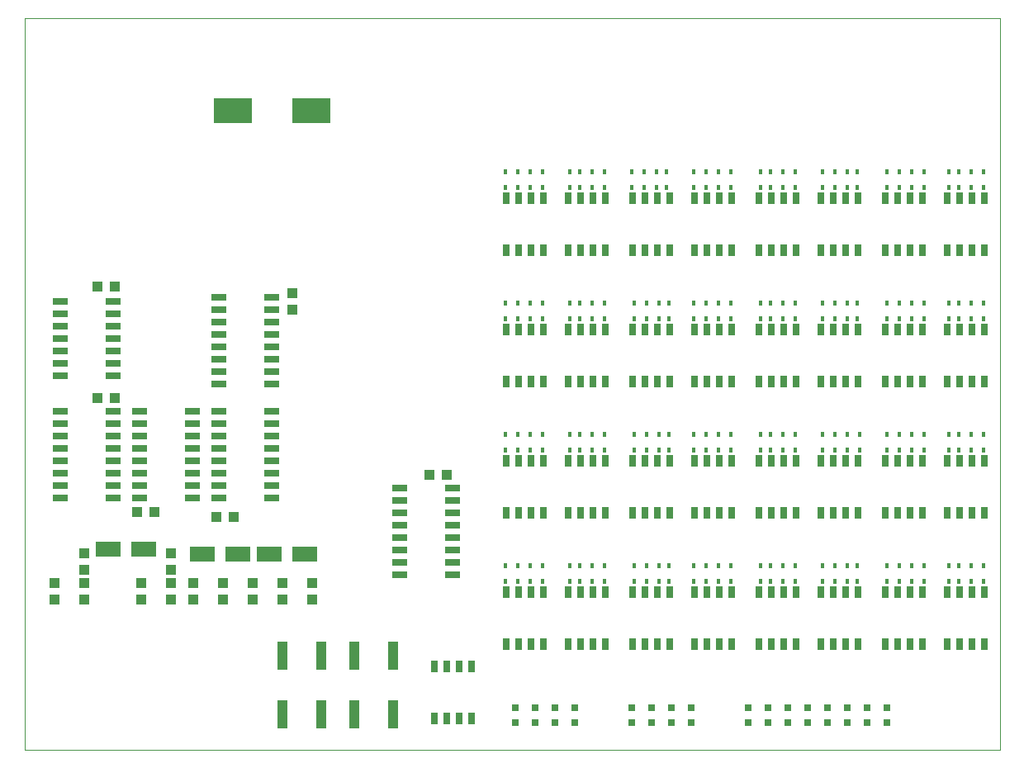
<source format=gtp>
G75*
%MOIN*%
%OFA0B0*%
%FSLAX25Y25*%
%IPPOS*%
%LPD*%
%AMOC8*
5,1,8,0,0,1.08239X$1,22.5*
%
%ADD10C,0.00000*%
%ADD11R,0.10236X0.06299*%
%ADD12R,0.04331X0.03937*%
%ADD13R,0.03937X0.04331*%
%ADD14R,0.15748X0.09843*%
%ADD15R,0.01654X0.02165*%
%ADD16R,0.06004X0.02559*%
%ADD17R,0.03150X0.03150*%
%ADD18R,0.02992X0.05000*%
%ADD19R,0.03937X0.11811*%
D10*
X0056249Y0048303D02*
X0056249Y0343579D01*
X0449950Y0343579D01*
X0449950Y0048303D01*
X0056249Y0048303D01*
D11*
X0128162Y0127303D03*
X0142335Y0127303D03*
X0155162Y0127303D03*
X0169335Y0127303D03*
X0104335Y0129303D03*
X0090162Y0129303D03*
D12*
X0080249Y0127650D03*
X0080249Y0120957D03*
X0080249Y0115650D03*
X0080249Y0108957D03*
X0068249Y0108957D03*
X0068249Y0115650D03*
X0103249Y0115650D03*
X0103249Y0108957D03*
X0115249Y0108957D03*
X0115249Y0115650D03*
X0115249Y0120957D03*
X0115249Y0127650D03*
X0124249Y0115650D03*
X0124249Y0108957D03*
X0136249Y0108957D03*
X0136249Y0115650D03*
X0148249Y0115650D03*
X0148249Y0108957D03*
X0160249Y0108957D03*
X0160249Y0115650D03*
X0172249Y0115650D03*
X0172249Y0108957D03*
X0140595Y0142303D03*
X0133902Y0142303D03*
X0108595Y0144303D03*
X0101902Y0144303D03*
X0092595Y0190303D03*
X0085902Y0190303D03*
X0085902Y0235303D03*
X0092595Y0235303D03*
X0219902Y0159303D03*
X0226595Y0159303D03*
D13*
X0164249Y0225957D03*
X0164249Y0232650D03*
D14*
X0171997Y0306303D03*
X0140501Y0306303D03*
D15*
X0250249Y0281453D03*
X0255249Y0281453D03*
X0260249Y0281453D03*
X0265249Y0281453D03*
X0265249Y0275154D03*
X0260249Y0275154D03*
X0255249Y0275154D03*
X0250249Y0275154D03*
X0276249Y0275154D03*
X0280249Y0275154D03*
X0285249Y0275154D03*
X0290249Y0275154D03*
X0290249Y0281453D03*
X0285249Y0281453D03*
X0280249Y0281453D03*
X0276249Y0281453D03*
X0301249Y0281453D03*
X0306249Y0281453D03*
X0311249Y0281453D03*
X0315249Y0281453D03*
X0315249Y0275154D03*
X0311249Y0275154D03*
X0306249Y0275154D03*
X0301249Y0275154D03*
X0326249Y0275154D03*
X0331249Y0275154D03*
X0336249Y0275154D03*
X0341249Y0275154D03*
X0341249Y0281453D03*
X0336249Y0281453D03*
X0331249Y0281453D03*
X0326249Y0281453D03*
X0353249Y0281453D03*
X0357249Y0281453D03*
X0362249Y0281453D03*
X0367249Y0281453D03*
X0367249Y0275154D03*
X0362249Y0275154D03*
X0357249Y0275154D03*
X0353249Y0275154D03*
X0378249Y0275154D03*
X0383249Y0275154D03*
X0388249Y0275154D03*
X0392249Y0275154D03*
X0392249Y0281453D03*
X0388249Y0281453D03*
X0383249Y0281453D03*
X0378249Y0281453D03*
X0404249Y0281453D03*
X0409249Y0281453D03*
X0414249Y0281453D03*
X0419249Y0281453D03*
X0419249Y0275154D03*
X0414249Y0275154D03*
X0409249Y0275154D03*
X0404249Y0275154D03*
X0429249Y0275154D03*
X0433249Y0275154D03*
X0438249Y0275154D03*
X0443249Y0275154D03*
X0443249Y0281453D03*
X0438249Y0281453D03*
X0433249Y0281453D03*
X0429249Y0281453D03*
X0429249Y0228453D03*
X0433249Y0228453D03*
X0438249Y0228453D03*
X0443249Y0228453D03*
X0443249Y0222154D03*
X0438249Y0222154D03*
X0433249Y0222154D03*
X0429249Y0222154D03*
X0419249Y0222154D03*
X0414249Y0222154D03*
X0409249Y0222154D03*
X0404249Y0222154D03*
X0404249Y0228453D03*
X0409249Y0228453D03*
X0414249Y0228453D03*
X0419249Y0228453D03*
X0392249Y0228453D03*
X0388249Y0228453D03*
X0383249Y0228453D03*
X0378249Y0228453D03*
X0378249Y0222154D03*
X0383249Y0222154D03*
X0388249Y0222154D03*
X0392249Y0222154D03*
X0367249Y0222154D03*
X0362249Y0222154D03*
X0357249Y0222154D03*
X0353249Y0222154D03*
X0353249Y0228453D03*
X0357249Y0228453D03*
X0362249Y0228453D03*
X0367249Y0228453D03*
X0341249Y0228453D03*
X0336249Y0228453D03*
X0331249Y0228453D03*
X0326249Y0228453D03*
X0326249Y0222154D03*
X0331249Y0222154D03*
X0336249Y0222154D03*
X0341249Y0222154D03*
X0316249Y0222154D03*
X0312249Y0222154D03*
X0307249Y0222154D03*
X0302249Y0222154D03*
X0302249Y0228453D03*
X0307249Y0228453D03*
X0312249Y0228453D03*
X0316249Y0228453D03*
X0290249Y0228453D03*
X0285249Y0228453D03*
X0280249Y0228453D03*
X0276249Y0228453D03*
X0276249Y0222154D03*
X0280249Y0222154D03*
X0285249Y0222154D03*
X0290249Y0222154D03*
X0265249Y0222154D03*
X0260249Y0222154D03*
X0255249Y0222154D03*
X0250249Y0222154D03*
X0250249Y0228453D03*
X0255249Y0228453D03*
X0260249Y0228453D03*
X0265249Y0228453D03*
X0265249Y0175453D03*
X0260249Y0175453D03*
X0255249Y0175453D03*
X0250249Y0175453D03*
X0250249Y0169154D03*
X0255249Y0169154D03*
X0260249Y0169154D03*
X0265249Y0169154D03*
X0276249Y0169154D03*
X0280249Y0169154D03*
X0285249Y0169154D03*
X0290249Y0169154D03*
X0290249Y0175453D03*
X0285249Y0175453D03*
X0280249Y0175453D03*
X0276249Y0175453D03*
X0302249Y0175453D03*
X0307249Y0175453D03*
X0312249Y0175453D03*
X0316249Y0175453D03*
X0316249Y0169154D03*
X0312249Y0169154D03*
X0307249Y0169154D03*
X0302249Y0169154D03*
X0326249Y0169154D03*
X0331249Y0169154D03*
X0336249Y0169154D03*
X0341249Y0169154D03*
X0341249Y0175453D03*
X0336249Y0175453D03*
X0331249Y0175453D03*
X0326249Y0175453D03*
X0353249Y0175453D03*
X0357249Y0175453D03*
X0362249Y0175453D03*
X0367249Y0175453D03*
X0367249Y0169154D03*
X0362249Y0169154D03*
X0357249Y0169154D03*
X0353249Y0169154D03*
X0378249Y0169154D03*
X0383249Y0169154D03*
X0388249Y0169154D03*
X0393249Y0169154D03*
X0393249Y0175453D03*
X0388249Y0175453D03*
X0383249Y0175453D03*
X0378249Y0175453D03*
X0404249Y0175453D03*
X0409249Y0175453D03*
X0414249Y0175453D03*
X0419249Y0175453D03*
X0419249Y0169154D03*
X0414249Y0169154D03*
X0409249Y0169154D03*
X0404249Y0169154D03*
X0429249Y0169154D03*
X0433249Y0169154D03*
X0438249Y0169154D03*
X0443249Y0169154D03*
X0443249Y0175453D03*
X0438249Y0175453D03*
X0433249Y0175453D03*
X0429249Y0175453D03*
X0429249Y0122453D03*
X0433249Y0122453D03*
X0438249Y0122453D03*
X0443249Y0122453D03*
X0443249Y0116154D03*
X0438249Y0116154D03*
X0433249Y0116154D03*
X0429249Y0116154D03*
X0419249Y0116154D03*
X0414249Y0116154D03*
X0409249Y0116154D03*
X0404249Y0116154D03*
X0404249Y0122453D03*
X0409249Y0122453D03*
X0414249Y0122453D03*
X0419249Y0122453D03*
X0392249Y0122453D03*
X0388249Y0122453D03*
X0383249Y0122453D03*
X0378249Y0122453D03*
X0378249Y0116154D03*
X0383249Y0116154D03*
X0388249Y0116154D03*
X0392249Y0116154D03*
X0367249Y0116154D03*
X0362249Y0116154D03*
X0357249Y0116154D03*
X0353249Y0116154D03*
X0353249Y0122453D03*
X0357249Y0122453D03*
X0362249Y0122453D03*
X0367249Y0122453D03*
X0341249Y0122453D03*
X0336249Y0122453D03*
X0331249Y0122453D03*
X0326249Y0122453D03*
X0326249Y0116154D03*
X0331249Y0116154D03*
X0336249Y0116154D03*
X0341249Y0116154D03*
X0316249Y0116154D03*
X0312249Y0116154D03*
X0307249Y0116154D03*
X0302249Y0116154D03*
X0302249Y0122453D03*
X0307249Y0122453D03*
X0312249Y0122453D03*
X0316249Y0122453D03*
X0290249Y0122453D03*
X0285249Y0122453D03*
X0280249Y0122453D03*
X0276249Y0122453D03*
X0276249Y0116154D03*
X0280249Y0116154D03*
X0285249Y0116154D03*
X0290249Y0116154D03*
X0265249Y0116154D03*
X0260249Y0116154D03*
X0255249Y0116154D03*
X0250249Y0116154D03*
X0250249Y0122453D03*
X0255249Y0122453D03*
X0260249Y0122453D03*
X0265249Y0122453D03*
D16*
X0228926Y0123803D03*
X0228926Y0118803D03*
X0228926Y0128803D03*
X0228926Y0133803D03*
X0228926Y0138803D03*
X0228926Y0143803D03*
X0228926Y0148803D03*
X0228926Y0153803D03*
X0207572Y0153803D03*
X0207572Y0148803D03*
X0207572Y0143803D03*
X0207572Y0138803D03*
X0207572Y0133803D03*
X0207572Y0128803D03*
X0207572Y0123803D03*
X0207572Y0118803D03*
X0155926Y0149803D03*
X0155926Y0154803D03*
X0155926Y0159803D03*
X0155926Y0164803D03*
X0155926Y0169803D03*
X0155926Y0174803D03*
X0155926Y0179803D03*
X0155926Y0184803D03*
X0155926Y0195803D03*
X0155926Y0200803D03*
X0155926Y0205803D03*
X0155926Y0210803D03*
X0155926Y0215803D03*
X0155926Y0220803D03*
X0155926Y0225803D03*
X0155926Y0230803D03*
X0134572Y0230803D03*
X0134572Y0225803D03*
X0134572Y0220803D03*
X0134572Y0215803D03*
X0134572Y0210803D03*
X0134572Y0205803D03*
X0134572Y0200803D03*
X0134572Y0195803D03*
X0134572Y0184803D03*
X0134572Y0179803D03*
X0134572Y0174803D03*
X0134572Y0169803D03*
X0134572Y0164803D03*
X0134572Y0159803D03*
X0134572Y0154803D03*
X0134572Y0149803D03*
X0123926Y0149803D03*
X0123926Y0154803D03*
X0123926Y0159803D03*
X0123926Y0164803D03*
X0123926Y0169803D03*
X0123926Y0174803D03*
X0123926Y0179803D03*
X0123926Y0184803D03*
X0102572Y0184803D03*
X0102572Y0179803D03*
X0102572Y0174803D03*
X0102572Y0169803D03*
X0102572Y0164803D03*
X0102572Y0159803D03*
X0102572Y0154803D03*
X0102572Y0149803D03*
X0091926Y0149803D03*
X0091926Y0154803D03*
X0091926Y0159803D03*
X0091926Y0164803D03*
X0091926Y0169803D03*
X0091926Y0174803D03*
X0091926Y0179803D03*
X0091926Y0184803D03*
X0091926Y0199303D03*
X0091926Y0204303D03*
X0091926Y0209303D03*
X0091926Y0214303D03*
X0091926Y0219303D03*
X0091926Y0224303D03*
X0091926Y0229303D03*
X0070572Y0229303D03*
X0070572Y0224303D03*
X0070572Y0219303D03*
X0070572Y0214303D03*
X0070572Y0209303D03*
X0070572Y0204303D03*
X0070572Y0199303D03*
X0070572Y0184803D03*
X0070572Y0179803D03*
X0070572Y0174803D03*
X0070572Y0169803D03*
X0070572Y0164803D03*
X0070572Y0159803D03*
X0070572Y0154803D03*
X0070572Y0149803D03*
D17*
X0254249Y0065256D03*
X0254249Y0059350D03*
X0262249Y0059350D03*
X0262249Y0065256D03*
X0270249Y0065256D03*
X0270249Y0059350D03*
X0278249Y0059350D03*
X0278249Y0065256D03*
X0301249Y0065256D03*
X0301249Y0059350D03*
X0309249Y0059350D03*
X0309249Y0065256D03*
X0317249Y0065256D03*
X0317249Y0059350D03*
X0325249Y0059350D03*
X0325249Y0065256D03*
X0348249Y0065256D03*
X0348249Y0059350D03*
X0356249Y0059350D03*
X0356249Y0065256D03*
X0364249Y0065256D03*
X0364249Y0059350D03*
X0372249Y0059350D03*
X0372249Y0065256D03*
X0380249Y0065256D03*
X0380249Y0059350D03*
X0388249Y0059350D03*
X0388249Y0065256D03*
X0396249Y0065256D03*
X0396249Y0059350D03*
X0404249Y0059350D03*
X0404249Y0065256D03*
D18*
X0403749Y0090811D03*
X0408749Y0090811D03*
X0413749Y0090811D03*
X0418749Y0090811D03*
X0428749Y0090811D03*
X0433749Y0090811D03*
X0438749Y0090811D03*
X0443749Y0090811D03*
X0443749Y0111795D03*
X0438749Y0111795D03*
X0433749Y0111795D03*
X0428749Y0111795D03*
X0418749Y0111795D03*
X0413749Y0111795D03*
X0408749Y0111795D03*
X0403749Y0111795D03*
X0392749Y0111795D03*
X0387749Y0111795D03*
X0382749Y0111795D03*
X0377749Y0111795D03*
X0367749Y0111795D03*
X0362749Y0111795D03*
X0357749Y0111795D03*
X0352749Y0111795D03*
X0341749Y0111795D03*
X0336749Y0111795D03*
X0331749Y0111795D03*
X0326749Y0111795D03*
X0316749Y0111795D03*
X0311749Y0111795D03*
X0306749Y0111795D03*
X0301749Y0111795D03*
X0290749Y0111795D03*
X0285749Y0111795D03*
X0280749Y0111795D03*
X0275749Y0111795D03*
X0265749Y0111795D03*
X0260749Y0111795D03*
X0255749Y0111795D03*
X0250749Y0111795D03*
X0250749Y0090811D03*
X0255749Y0090811D03*
X0260749Y0090811D03*
X0265749Y0090811D03*
X0275749Y0090811D03*
X0280749Y0090811D03*
X0285749Y0090811D03*
X0290749Y0090811D03*
X0301749Y0090811D03*
X0306749Y0090811D03*
X0311749Y0090811D03*
X0316749Y0090811D03*
X0326749Y0090811D03*
X0331749Y0090811D03*
X0336749Y0090811D03*
X0341749Y0090811D03*
X0352749Y0090811D03*
X0357749Y0090811D03*
X0362749Y0090811D03*
X0367749Y0090811D03*
X0377749Y0090811D03*
X0382749Y0090811D03*
X0387749Y0090811D03*
X0392749Y0090811D03*
X0392749Y0143811D03*
X0387749Y0143811D03*
X0382749Y0143811D03*
X0377749Y0143811D03*
X0367749Y0143811D03*
X0362749Y0143811D03*
X0357749Y0143811D03*
X0352749Y0143811D03*
X0341749Y0143811D03*
X0336749Y0143811D03*
X0331749Y0143811D03*
X0326749Y0143811D03*
X0316749Y0143811D03*
X0311749Y0143811D03*
X0306749Y0143811D03*
X0301749Y0143811D03*
X0290749Y0143811D03*
X0285749Y0143811D03*
X0280749Y0143811D03*
X0275749Y0143811D03*
X0265749Y0143811D03*
X0260749Y0143811D03*
X0255749Y0143811D03*
X0250749Y0143811D03*
X0250749Y0164795D03*
X0255749Y0164795D03*
X0260749Y0164795D03*
X0265749Y0164795D03*
X0275749Y0164795D03*
X0280749Y0164795D03*
X0285749Y0164795D03*
X0290749Y0164795D03*
X0301749Y0164795D03*
X0306749Y0164795D03*
X0311749Y0164795D03*
X0316749Y0164795D03*
X0326749Y0164795D03*
X0331749Y0164795D03*
X0336749Y0164795D03*
X0341749Y0164795D03*
X0352749Y0164795D03*
X0357749Y0164795D03*
X0362749Y0164795D03*
X0367749Y0164795D03*
X0377749Y0164795D03*
X0382749Y0164795D03*
X0387749Y0164795D03*
X0392749Y0164795D03*
X0403749Y0164795D03*
X0408749Y0164795D03*
X0413749Y0164795D03*
X0418749Y0164795D03*
X0428749Y0164795D03*
X0433749Y0164795D03*
X0438749Y0164795D03*
X0443749Y0164795D03*
X0443749Y0143811D03*
X0438749Y0143811D03*
X0433749Y0143811D03*
X0428749Y0143811D03*
X0418749Y0143811D03*
X0413749Y0143811D03*
X0408749Y0143811D03*
X0403749Y0143811D03*
X0403749Y0196811D03*
X0408749Y0196811D03*
X0413749Y0196811D03*
X0418749Y0196811D03*
X0428749Y0196811D03*
X0433749Y0196811D03*
X0438749Y0196811D03*
X0443749Y0196811D03*
X0443749Y0217795D03*
X0438749Y0217795D03*
X0433749Y0217795D03*
X0428749Y0217795D03*
X0418749Y0217795D03*
X0413749Y0217795D03*
X0408749Y0217795D03*
X0403749Y0217795D03*
X0392749Y0217795D03*
X0387749Y0217795D03*
X0382749Y0217795D03*
X0377749Y0217795D03*
X0367749Y0217795D03*
X0362749Y0217795D03*
X0357749Y0217795D03*
X0352749Y0217795D03*
X0341749Y0217795D03*
X0336749Y0217795D03*
X0331749Y0217795D03*
X0326749Y0217795D03*
X0316749Y0217795D03*
X0311749Y0217795D03*
X0306749Y0217795D03*
X0301749Y0217795D03*
X0290749Y0217795D03*
X0285749Y0217795D03*
X0280749Y0217795D03*
X0275749Y0217795D03*
X0265749Y0217795D03*
X0260749Y0217795D03*
X0255749Y0217795D03*
X0250749Y0217795D03*
X0250749Y0196811D03*
X0255749Y0196811D03*
X0260749Y0196811D03*
X0265749Y0196811D03*
X0275749Y0196811D03*
X0280749Y0196811D03*
X0285749Y0196811D03*
X0290749Y0196811D03*
X0301749Y0196811D03*
X0306749Y0196811D03*
X0311749Y0196811D03*
X0316749Y0196811D03*
X0326749Y0196811D03*
X0331749Y0196811D03*
X0336749Y0196811D03*
X0341749Y0196811D03*
X0352749Y0196811D03*
X0357749Y0196811D03*
X0362749Y0196811D03*
X0367749Y0196811D03*
X0377749Y0196811D03*
X0382749Y0196811D03*
X0387749Y0196811D03*
X0392749Y0196811D03*
X0392749Y0249811D03*
X0387749Y0249811D03*
X0382749Y0249811D03*
X0377749Y0249811D03*
X0367749Y0249811D03*
X0362749Y0249811D03*
X0357749Y0249811D03*
X0352749Y0249811D03*
X0341749Y0249811D03*
X0336749Y0249811D03*
X0331749Y0249811D03*
X0326749Y0249811D03*
X0316749Y0249811D03*
X0311749Y0249811D03*
X0306749Y0249811D03*
X0301749Y0249811D03*
X0290749Y0249811D03*
X0285749Y0249811D03*
X0280749Y0249811D03*
X0275749Y0249811D03*
X0265749Y0249811D03*
X0260749Y0249811D03*
X0255749Y0249811D03*
X0250749Y0249811D03*
X0250749Y0270795D03*
X0255749Y0270795D03*
X0260749Y0270795D03*
X0265749Y0270795D03*
X0275749Y0270795D03*
X0280749Y0270795D03*
X0285749Y0270795D03*
X0290749Y0270795D03*
X0301749Y0270795D03*
X0306749Y0270795D03*
X0311749Y0270795D03*
X0316749Y0270795D03*
X0326749Y0270795D03*
X0331749Y0270795D03*
X0336749Y0270795D03*
X0341749Y0270795D03*
X0352749Y0270795D03*
X0357749Y0270795D03*
X0362749Y0270795D03*
X0367749Y0270795D03*
X0377749Y0270795D03*
X0382749Y0270795D03*
X0387749Y0270795D03*
X0392749Y0270795D03*
X0403749Y0270795D03*
X0408749Y0270795D03*
X0413749Y0270795D03*
X0418749Y0270795D03*
X0428749Y0270795D03*
X0433749Y0270795D03*
X0438749Y0270795D03*
X0443749Y0270795D03*
X0443749Y0249811D03*
X0438749Y0249811D03*
X0433749Y0249811D03*
X0428749Y0249811D03*
X0418749Y0249811D03*
X0413749Y0249811D03*
X0408749Y0249811D03*
X0403749Y0249811D03*
X0236749Y0081795D03*
X0231749Y0081795D03*
X0226749Y0081795D03*
X0221749Y0081795D03*
X0221749Y0060811D03*
X0226749Y0060811D03*
X0231749Y0060811D03*
X0236749Y0060811D03*
D19*
X0205123Y0062492D03*
X0189375Y0062492D03*
X0176123Y0062492D03*
X0160375Y0062492D03*
X0160375Y0086114D03*
X0176123Y0086114D03*
X0189375Y0086114D03*
X0205123Y0086114D03*
M02*

</source>
